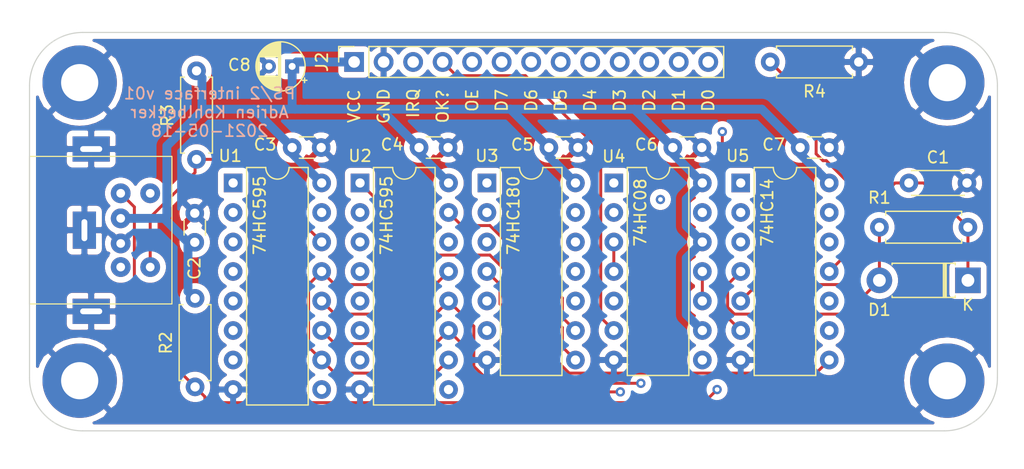
<source format=kicad_pcb>
(kicad_pcb (version 20171130) (host pcbnew "(5.1.9-0-10_14)")
  (layers (0 F.Cu signal) (1 In1.Cu signal) (2 In2.Cu signal) (31 B.Cu signal) (34 B.Paste user) (35 F.Paste user) (36 B.SilkS user) (37 F.SilkS user) (38 B.Mask user) (39 F.Mask user) (44 Edge.Cuts user))
  (net 0 "")
  (net 1 GND)
  (net 2 "Net-(C1-Pad1)")
  (net 3 VCC)
  (net 4 "Net-(D1-Pad2)")
  (net 5 /D0)
  (net 6 /D1)
  (net 7 /D2)
  (net 8 /D3)
  (net 9 /D4)
  (net 10 /D5)
  (net 11 /D6)
  (net 12 /D7)
  (net 13 BUS_ENABLE)
  (net 14 VALID_PACKET)
  (net 15 IRQ)
  (net 16 KBD_CLK)
  (net 17 KBD_DATA)
  (net 18 /DE)
  (net 19 ~REG_OE)
  (net 20 ~LATCH_CLK)
  (net 21 ~REG_CLK)
  (net 22 "Net-(U1-Pad9)")
  (net 23 /DP)
  (net 24 /DS)
  (net 25 "Net-(U3-Pad5)")
  (net 26 "Net-(U3-Pad4)")
  (net 27 "Net-(U4-Pad10)")
  (net 28 "Net-(U4-Pad3)")
  (net 29 "Net-(U4-Pad2)")
  (module MountingHole:MountingHole_3.2mm_M3_Pad (layer F.Cu) (at 154.686 89.916)
    (fp_text reference H4 hide)
    (fp_text value MountingHole_Pad)
    (pad 1 thru_hole circle (at 0 0) (size 6.4 6.4) (drill 3.2) (layers *.Cu *.Mask) (net 1 GND))
  )
  (module MountingHole:MountingHole_3.2mm_M3_Pad (layer F.Cu) (at 154.686 64.262)
    (fp_text reference H3 hide)
    (fp_text value MountingHole_Pad)
    (pad 1 thru_hole circle (at 0 0) (size 6.4 6.4) (drill 3.2) (layers *.Cu *.Mask) (net 1 GND))
  )
  (module MountingHole:MountingHole_3.2mm_M3_Pad (layer F.Cu) (at 80.01 89.916)
    (fp_text reference H2 hide)
    (fp_text value MountingHole_Pad)
    (pad 1 thru_hole circle (at 0 0) (size 6.4 6.4) (drill 3.2) (layers *.Cu *.Mask) (net 1 GND))
  )
  (module MountingHole:MountingHole_3.2mm_M3_Pad (layer F.Cu) (at 80.01 64.262)
    (fp_text reference H1 hide)
    (fp_text value MountingHole_Pad)
    (pad 1 thru_hole circle (at 0 0) (size 6.4 6.4) (drill 3.2) (layers *.Cu *.Mask) (net 1 GND))
  )
  (module Capacitor_THT:CP_Radial_D4.0mm_P2.00mm (layer F.Cu) (at 98.298 62.865 180)
    (fp_text reference C8 (at 4.5466 0.127) (layer F.SilkS))
    (fp_text value 1uF)
    (fp_line (start -1.069801 -1.395) (end -1.069801 -0.995) (layer F.SilkS) (width 0.12))
    (fp_line (start -1.269801 -1.195) (end -0.869801 -1.195) (layer F.SilkS) (width 0.12))
    (fp_line (start 3.081 -0.37) (end 3.081 0.37) (layer F.SilkS) (width 0.12))
    (fp_line (start 3.041 -0.537) (end 3.041 0.537) (layer F.SilkS) (width 0.12))
    (fp_line (start 3.001 -0.664) (end 3.001 0.664) (layer F.SilkS) (width 0.12))
    (fp_line (start 2.961 -0.768) (end 2.961 0.768) (layer F.SilkS) (width 0.12))
    (fp_line (start 2.921 -0.859) (end 2.921 0.859) (layer F.SilkS) (width 0.12))
    (fp_line (start 2.881 -0.94) (end 2.881 0.94) (layer F.SilkS) (width 0.12))
    (fp_line (start 2.841 -1.013) (end 2.841 1.013) (layer F.SilkS) (width 0.12))
    (fp_line (start 2.801 0.84) (end 2.801 1.08) (layer F.SilkS) (width 0.12))
    (fp_line (start 2.801 -1.08) (end 2.801 -0.84) (layer F.SilkS) (width 0.12))
    (fp_line (start 2.761 0.84) (end 2.761 1.142) (layer F.SilkS) (width 0.12))
    (fp_line (start 2.761 -1.142) (end 2.761 -0.84) (layer F.SilkS) (width 0.12))
    (fp_line (start 2.721 0.84) (end 2.721 1.2) (layer F.SilkS) (width 0.12))
    (fp_line (start 2.721 -1.2) (end 2.721 -0.84) (layer F.SilkS) (width 0.12))
    (fp_line (start 2.681 0.84) (end 2.681 1.254) (layer F.SilkS) (width 0.12))
    (fp_line (start 2.681 -1.254) (end 2.681 -0.84) (layer F.SilkS) (width 0.12))
    (fp_line (start 2.641 0.84) (end 2.641 1.304) (layer F.SilkS) (width 0.12))
    (fp_line (start 2.641 -1.304) (end 2.641 -0.84) (layer F.SilkS) (width 0.12))
    (fp_line (start 2.601 0.84) (end 2.601 1.351) (layer F.SilkS) (width 0.12))
    (fp_line (start 2.601 -1.351) (end 2.601 -0.84) (layer F.SilkS) (width 0.12))
    (fp_line (start 2.561 0.84) (end 2.561 1.396) (layer F.SilkS) (width 0.12))
    (fp_line (start 2.561 -1.396) (end 2.561 -0.84) (layer F.SilkS) (width 0.12))
    (fp_line (start 2.521 0.84) (end 2.521 1.438) (layer F.SilkS) (width 0.12))
    (fp_line (start 2.521 -1.438) (end 2.521 -0.84) (layer F.SilkS) (width 0.12))
    (fp_line (start 2.481 0.84) (end 2.481 1.478) (layer F.SilkS) (width 0.12))
    (fp_line (start 2.481 -1.478) (end 2.481 -0.84) (layer F.SilkS) (width 0.12))
    (fp_line (start 2.441 0.84) (end 2.441 1.516) (layer F.SilkS) (width 0.12))
    (fp_line (start 2.441 -1.516) (end 2.441 -0.84) (layer F.SilkS) (width 0.12))
    (fp_line (start 2.401 0.84) (end 2.401 1.552) (layer F.SilkS) (width 0.12))
    (fp_line (start 2.401 -1.552) (end 2.401 -0.84) (layer F.SilkS) (width 0.12))
    (fp_line (start 2.361 0.84) (end 2.361 1.587) (layer F.SilkS) (width 0.12))
    (fp_line (start 2.361 -1.587) (end 2.361 -0.84) (layer F.SilkS) (width 0.12))
    (fp_line (start 2.321 0.84) (end 2.321 1.619) (layer F.SilkS) (width 0.12))
    (fp_line (start 2.321 -1.619) (end 2.321 -0.84) (layer F.SilkS) (width 0.12))
    (fp_line (start 2.281 0.84) (end 2.281 1.65) (layer F.SilkS) (width 0.12))
    (fp_line (start 2.281 -1.65) (end 2.281 -0.84) (layer F.SilkS) (width 0.12))
    (fp_line (start 2.241 0.84) (end 2.241 1.68) (layer F.SilkS) (width 0.12))
    (fp_line (start 2.241 -1.68) (end 2.241 -0.84) (layer F.SilkS) (width 0.12))
    (fp_line (start 2.201 0.84) (end 2.201 1.708) (layer F.SilkS) (width 0.12))
    (fp_line (start 2.201 -1.708) (end 2.201 -0.84) (layer F.SilkS) (width 0.12))
    (fp_line (start 2.161 0.84) (end 2.161 1.735) (layer F.SilkS) (width 0.12))
    (fp_line (start 2.161 -1.735) (end 2.161 -0.84) (layer F.SilkS) (width 0.12))
    (fp_line (start 2.121 0.84) (end 2.121 1.76) (layer F.SilkS) (width 0.12))
    (fp_line (start 2.121 -1.76) (end 2.121 -0.84) (layer F.SilkS) (width 0.12))
    (fp_line (start 2.081 0.84) (end 2.081 1.785) (layer F.SilkS) (width 0.12))
    (fp_line (start 2.081 -1.785) (end 2.081 -0.84) (layer F.SilkS) (width 0.12))
    (fp_line (start 2.041 0.84) (end 2.041 1.808) (layer F.SilkS) (width 0.12))
    (fp_line (start 2.041 -1.808) (end 2.041 -0.84) (layer F.SilkS) (width 0.12))
    (fp_line (start 2.001 0.84) (end 2.001 1.83) (layer F.SilkS) (width 0.12))
    (fp_line (start 2.001 -1.83) (end 2.001 -0.84) (layer F.SilkS) (width 0.12))
    (fp_line (start 1.961 0.84) (end 1.961 1.851) (layer F.SilkS) (width 0.12))
    (fp_line (start 1.961 -1.851) (end 1.961 -0.84) (layer F.SilkS) (width 0.12))
    (fp_line (start 1.921 0.84) (end 1.921 1.87) (layer F.SilkS) (width 0.12))
    (fp_line (start 1.921 -1.87) (end 1.921 -0.84) (layer F.SilkS) (width 0.12))
    (fp_line (start 1.881 0.84) (end 1.881 1.889) (layer F.SilkS) (width 0.12))
    (fp_line (start 1.881 -1.889) (end 1.881 -0.84) (layer F.SilkS) (width 0.12))
    (fp_line (start 1.841 0.84) (end 1.841 1.907) (layer F.SilkS) (width 0.12))
    (fp_line (start 1.841 -1.907) (end 1.841 -0.84) (layer F.SilkS) (width 0.12))
    (fp_line (start 1.801 0.84) (end 1.801 1.924) (layer F.SilkS) (width 0.12))
    (fp_line (start 1.801 -1.924) (end 1.801 -0.84) (layer F.SilkS) (width 0.12))
    (fp_line (start 1.761 0.84) (end 1.761 1.94) (layer F.SilkS) (width 0.12))
    (fp_line (start 1.761 -1.94) (end 1.761 -0.84) (layer F.SilkS) (width 0.12))
    (fp_line (start 1.721 0.84) (end 1.721 1.954) (layer F.SilkS) (width 0.12))
    (fp_line (start 1.721 -1.954) (end 1.721 -0.84) (layer F.SilkS) (width 0.12))
    (fp_line (start 1.68 0.84) (end 1.68 1.968) (layer F.SilkS) (width 0.12))
    (fp_line (start 1.68 -1.968) (end 1.68 -0.84) (layer F.SilkS) (width 0.12))
    (fp_line (start 1.64 0.84) (end 1.64 1.982) (layer F.SilkS) (width 0.12))
    (fp_line (start 1.64 -1.982) (end 1.64 -0.84) (layer F.SilkS) (width 0.12))
    (fp_line (start 1.6 0.84) (end 1.6 1.994) (layer F.SilkS) (width 0.12))
    (fp_line (start 1.6 -1.994) (end 1.6 -0.84) (layer F.SilkS) (width 0.12))
    (fp_line (start 1.56 0.84) (end 1.56 2.005) (layer F.SilkS) (width 0.12))
    (fp_line (start 1.56 -2.005) (end 1.56 -0.84) (layer F.SilkS) (width 0.12))
    (fp_line (start 1.52 0.84) (end 1.52 2.016) (layer F.SilkS) (width 0.12))
    (fp_line (start 1.52 -2.016) (end 1.52 -0.84) (layer F.SilkS) (width 0.12))
    (fp_line (start 1.48 0.84) (end 1.48 2.025) (layer F.SilkS) (width 0.12))
    (fp_line (start 1.48 -2.025) (end 1.48 -0.84) (layer F.SilkS) (width 0.12))
    (fp_line (start 1.44 0.84) (end 1.44 2.034) (layer F.SilkS) (width 0.12))
    (fp_line (start 1.44 -2.034) (end 1.44 -0.84) (layer F.SilkS) (width 0.12))
    (fp_line (start 1.4 0.84) (end 1.4 2.042) (layer F.SilkS) (width 0.12))
    (fp_line (start 1.4 -2.042) (end 1.4 -0.84) (layer F.SilkS) (width 0.12))
    (fp_line (start 1.36 0.84) (end 1.36 2.05) (layer F.SilkS) (width 0.12))
    (fp_line (start 1.36 -2.05) (end 1.36 -0.84) (layer F.SilkS) (width 0.12))
    (fp_line (start 1.32 0.84) (end 1.32 2.056) (layer F.SilkS) (width 0.12))
    (fp_line (start 1.32 -2.056) (end 1.32 -0.84) (layer F.SilkS) (width 0.12))
    (fp_line (start 1.28 0.84) (end 1.28 2.062) (layer F.SilkS) (width 0.12))
    (fp_line (start 1.28 -2.062) (end 1.28 -0.84) (layer F.SilkS) (width 0.12))
    (fp_line (start 1.24 0.84) (end 1.24 2.067) (layer F.SilkS) (width 0.12))
    (fp_line (start 1.24 -2.067) (end 1.24 -0.84) (layer F.SilkS) (width 0.12))
    (fp_line (start 1.2 0.84) (end 1.2 2.071) (layer F.SilkS) (width 0.12))
    (fp_line (start 1.2 -2.071) (end 1.2 -0.84) (layer F.SilkS) (width 0.12))
    (fp_line (start 1.16 -2.074) (end 1.16 2.074) (layer F.SilkS) (width 0.12))
    (fp_line (start 1.12 -2.077) (end 1.12 2.077) (layer F.SilkS) (width 0.12))
    (fp_line (start 1.08 -2.079) (end 1.08 2.079) (layer F.SilkS) (width 0.12))
    (fp_line (start 1.04 -2.08) (end 1.04 2.08) (layer F.SilkS) (width 0.12))
    (fp_line (start 1 -2.08) (end 1 2.08) (layer F.SilkS) (width 0.12))
    (fp_circle (center 1 0) (end 3.12 0) (layer F.SilkS) (width 0.12))
    (pad 2 thru_hole circle (at 2 0 180) (size 1.2 1.2) (drill 0.6) (layers *.Cu *.Mask) (net 1 GND))
    (pad 1 thru_hole rect (at 0 0 180) (size 1.2 1.2) (drill 0.6) (layers *.Cu *.Mask) (net 3 VCC))
  )
  (module AK's_Footprints:Mini_din6 (layer F.Cu) (at 82.2706 76.962 270)
    (fp_text reference J1)
    (fp_text value Mini-DIN-6)
    (fp_line (start -6.35 1.27) (end -6.35 -5.68) (layer F.SilkS) (width 0.1))
    (fp_line (start -6.35 -5.68) (end 6.35 -5.68) (layer F.SilkS) (width 0.1))
    (fp_line (start 6.35 -5.68) (end 6.35 6.58) (layer F.SilkS) (width 0.1))
    (fp_line (start 6.35 6.58) (end -6.35 6.58) (layer F.SilkS) (width 0.1))
    (fp_line (start -6.35 6.58) (end -6.35 1.27) (layer F.SilkS) (width 0.1))
    (pad GND thru_hole rect (at -6.985 1.27 270) (size 2.16916 3.2004) (drill oval 0.5 1.9) (layers *.Cu *.Mask) (net 1 GND))
    (pad GND thru_hole rect (at 6.985 1.27 270) (size 2.16916 3.2004) (drill oval 0.5 1.9) (layers *.Cu *.Mask) (net 1 GND))
    (pad GND thru_hole rect (at 0 1.8542 270) (size 3.2004 1.99898) (drill oval 1.9 0.5) (layers *.Cu *.Mask) (net 1 GND))
    (pad 2 thru_hole circle (at 3.175 -1.27 270) (size 1.7 1.7) (drill 0.75) (layers *.Cu *.Mask))
    (pad 5 thru_hole circle (at -3.175 -1.27 270) (size 1.7 1.7) (drill 0.75) (layers *.Cu *.Mask) (net 16 KBD_CLK))
    (pad 6 thru_hole circle (at -3.175 -3.81 270) (size 1.7 1.7) (drill 0.75) (layers *.Cu *.Mask))
    (pad 1 thru_hole circle (at 3.175 -3.81 270) (size 1.7 1.7) (drill 0.75) (layers *.Cu *.Mask) (net 17 KBD_DATA))
    (pad 3 thru_hole circle (at 1.143 -1.27 270) (size 1.7 1.7) (drill 0.75) (layers *.Cu *.Mask) (net 1 GND))
    (pad 4 thru_hole circle (at -1.016 -1.27 270) (size 1.7 1.7) (drill 0.75) (layers *.Cu *.Mask) (net 3 VCC))
  )
  (module Package_DIP:DIP-14_W7.62mm (layer F.Cu) (at 136.906 72.898)
    (fp_text reference U5 (at -0.254 -2.33) (layer F.SilkS))
    (fp_text value 74HC14)
    (fp_line (start 6.46 -1.33) (end 4.81 -1.33) (layer F.SilkS) (width 0.12))
    (fp_line (start 6.46 16.57) (end 6.46 -1.33) (layer F.SilkS) (width 0.12))
    (fp_line (start 1.16 16.57) (end 6.46 16.57) (layer F.SilkS) (width 0.12))
    (fp_line (start 1.16 -1.33) (end 1.16 16.57) (layer F.SilkS) (width 0.12))
    (fp_line (start 2.81 -1.33) (end 1.16 -1.33) (layer F.SilkS) (width 0.12))
    (fp_arc (start 3.81 -1.33) (end 2.81 -1.33) (angle -180) (layer F.SilkS) (width 0.12))
    (pad 14 thru_hole oval (at 7.62 0) (size 1.6 1.6) (drill 0.8) (layers *.Cu *.Mask) (net 3 VCC))
    (pad 7 thru_hole oval (at 0 15.24) (size 1.6 1.6) (drill 0.8) (layers *.Cu *.Mask) (net 1 GND))
    (pad 13 thru_hole oval (at 7.62 2.54) (size 1.6 1.6) (drill 0.8) (layers *.Cu *.Mask) (net 16 KBD_CLK))
    (pad 6 thru_hole oval (at 0 12.7) (size 1.6 1.6) (drill 0.8) (layers *.Cu *.Mask) (net 15 IRQ))
    (pad 12 thru_hole oval (at 7.62 5.08) (size 1.6 1.6) (drill 0.8) (layers *.Cu *.Mask) (net 21 ~REG_CLK))
    (pad 5 thru_hole oval (at 0 10.16) (size 1.6 1.6) (drill 0.8) (layers *.Cu *.Mask) (net 2 "Net-(C1-Pad1)"))
    (pad 11 thru_hole oval (at 7.62 7.62) (size 1.6 1.6) (drill 0.8) (layers *.Cu *.Mask) (net 13 BUS_ENABLE))
    (pad 4 thru_hole oval (at 0 7.62) (size 1.6 1.6) (drill 0.8) (layers *.Cu *.Mask) (net 4 "Net-(D1-Pad2)"))
    (pad 10 thru_hole oval (at 7.62 10.16) (size 1.6 1.6) (drill 0.8) (layers *.Cu *.Mask) (net 19 ~REG_OE))
    (pad 3 thru_hole oval (at 0 5.08) (size 1.6 1.6) (drill 0.8) (layers *.Cu *.Mask) (net 16 KBD_CLK))
    (pad 9 thru_hole oval (at 7.62 12.7) (size 1.6 1.6) (drill 0.8) (layers *.Cu *.Mask) (net 23 /DP))
    (pad 2 thru_hole oval (at 0 2.54) (size 1.6 1.6) (drill 0.8) (layers *.Cu *.Mask) (net 29 "Net-(U4-Pad2)"))
    (pad 8 thru_hole oval (at 7.62 15.24) (size 1.6 1.6) (drill 0.8) (layers *.Cu *.Mask) (net 26 "Net-(U3-Pad4)"))
    (pad 1 thru_hole rect (at 0 0) (size 1.6 1.6) (drill 0.8) (layers *.Cu *.Mask) (net 24 /DS))
  )
  (module Capacitor_THT:C_Disc_D4.3mm_W1.9mm_P5.00mm (layer F.Cu) (at 151.384 72.898)
    (fp_text reference C1 (at 2.5 -2.2) (layer F.SilkS))
    (fp_text value 10nF)
    (fp_line (start 4.77 1.055) (end 4.77 1.07) (layer F.SilkS) (width 0.12))
    (fp_line (start 4.77 -1.07) (end 4.77 -1.055) (layer F.SilkS) (width 0.12))
    (fp_line (start 0.23 1.055) (end 0.23 1.07) (layer F.SilkS) (width 0.12))
    (fp_line (start 0.23 -1.07) (end 0.23 -1.055) (layer F.SilkS) (width 0.12))
    (fp_line (start 0.23 1.07) (end 4.77 1.07) (layer F.SilkS) (width 0.12))
    (fp_line (start 0.23 -1.07) (end 4.77 -1.07) (layer F.SilkS) (width 0.12))
    (pad 2 thru_hole circle (at 5 0) (size 1.6 1.6) (drill 0.8) (layers *.Cu *.Mask) (net 1 GND))
    (pad 1 thru_hole circle (at 0 0) (size 1.6 1.6) (drill 0.8) (layers *.Cu *.Mask) (net 2 "Net-(C1-Pad1)"))
  )
  (module Resistor_THT:R_Axial_DIN0207_L6.3mm_D2.5mm_P7.62mm_Horizontal (layer F.Cu) (at 139.446 62.484)
    (fp_text reference R4 (at 3.81 2.54) (layer F.SilkS))
    (fp_text value 10k)
    (fp_line (start 7.08 1.37) (end 7.08 1.04) (layer F.SilkS) (width 0.12))
    (fp_line (start 0.54 1.37) (end 7.08 1.37) (layer F.SilkS) (width 0.12))
    (fp_line (start 0.54 1.04) (end 0.54 1.37) (layer F.SilkS) (width 0.12))
    (fp_line (start 7.08 -1.37) (end 7.08 -1.04) (layer F.SilkS) (width 0.12))
    (fp_line (start 0.54 -1.37) (end 7.08 -1.37) (layer F.SilkS) (width 0.12))
    (fp_line (start 0.54 -1.04) (end 0.54 -1.37) (layer F.SilkS) (width 0.12))
    (pad 2 thru_hole oval (at 7.62 0) (size 1.6 1.6) (drill 0.8) (layers *.Cu *.Mask) (net 1 GND))
    (pad 1 thru_hole circle (at 0 0) (size 1.6 1.6) (drill 0.8) (layers *.Cu *.Mask) (net 13 BUS_ENABLE))
  )
  (module Resistor_THT:R_Axial_DIN0207_L6.3mm_D2.5mm_P7.62mm_Horizontal (layer F.Cu) (at 90.0684 63.246 270)
    (fp_text reference R3 (at 3.8354 2.5146 90) (layer F.SilkS))
    (fp_text value 10k)
    (fp_line (start 7.08 1.37) (end 7.08 1.04) (layer F.SilkS) (width 0.12))
    (fp_line (start 0.54 1.37) (end 7.08 1.37) (layer F.SilkS) (width 0.12))
    (fp_line (start 0.54 1.04) (end 0.54 1.37) (layer F.SilkS) (width 0.12))
    (fp_line (start 7.08 -1.37) (end 7.08 -1.04) (layer F.SilkS) (width 0.12))
    (fp_line (start 0.54 -1.37) (end 7.08 -1.37) (layer F.SilkS) (width 0.12))
    (fp_line (start 0.54 -1.04) (end 0.54 -1.37) (layer F.SilkS) (width 0.12))
    (pad 2 thru_hole oval (at 7.62 0 270) (size 1.6 1.6) (drill 0.8) (layers *.Cu *.Mask) (net 17 KBD_DATA))
    (pad 1 thru_hole circle (at 0 0 270) (size 1.6 1.6) (drill 0.8) (layers *.Cu *.Mask) (net 3 VCC))
  )
  (module Resistor_THT:R_Axial_DIN0207_L6.3mm_D2.5mm_P7.62mm_Horizontal (layer F.Cu) (at 89.9414 82.8294 270)
    (fp_text reference R2 (at 3.8354 2.5146 90) (layer F.SilkS))
    (fp_text value 10k)
    (fp_line (start 7.08 1.37) (end 7.08 1.04) (layer F.SilkS) (width 0.12))
    (fp_line (start 0.54 1.37) (end 7.08 1.37) (layer F.SilkS) (width 0.12))
    (fp_line (start 0.54 1.04) (end 0.54 1.37) (layer F.SilkS) (width 0.12))
    (fp_line (start 7.08 -1.37) (end 7.08 -1.04) (layer F.SilkS) (width 0.12))
    (fp_line (start 0.54 -1.37) (end 7.08 -1.37) (layer F.SilkS) (width 0.12))
    (fp_line (start 0.54 -1.04) (end 0.54 -1.37) (layer F.SilkS) (width 0.12))
    (pad 2 thru_hole oval (at 7.62 0 270) (size 1.6 1.6) (drill 0.8) (layers *.Cu *.Mask) (net 16 KBD_CLK))
    (pad 1 thru_hole circle (at 0 0 270) (size 1.6 1.6) (drill 0.8) (layers *.Cu *.Mask) (net 3 VCC))
  )
  (module Resistor_THT:R_Axial_DIN0207_L6.3mm_D2.5mm_P7.62mm_Horizontal (layer F.Cu) (at 148.844 76.708)
    (fp_text reference R1 (at 0 -2.54) (layer F.SilkS))
    (fp_text value 22k)
    (fp_line (start 7.08 1.37) (end 7.08 1.04) (layer F.SilkS) (width 0.12))
    (fp_line (start 0.54 1.37) (end 7.08 1.37) (layer F.SilkS) (width 0.12))
    (fp_line (start 0.54 1.04) (end 0.54 1.37) (layer F.SilkS) (width 0.12))
    (fp_line (start 7.08 -1.37) (end 7.08 -1.04) (layer F.SilkS) (width 0.12))
    (fp_line (start 0.54 -1.37) (end 7.08 -1.37) (layer F.SilkS) (width 0.12))
    (fp_line (start 0.54 -1.04) (end 0.54 -1.37) (layer F.SilkS) (width 0.12))
    (pad 2 thru_hole oval (at 7.62 0) (size 1.6 1.6) (drill 0.8) (layers *.Cu *.Mask) (net 2 "Net-(C1-Pad1)"))
    (pad 1 thru_hole circle (at 0 0) (size 1.6 1.6) (drill 0.8) (layers *.Cu *.Mask) (net 4 "Net-(D1-Pad2)"))
  )
  (module Diode_THT:D_DO-41_SOD81_P7.62mm_Horizontal (layer F.Cu) (at 156.464 81.28 180)
    (fp_text reference D1 (at 7.62 -2.54) (layer F.SilkS))
    (fp_text value 1N5817)
    (fp_line (start 1.87 -1.47) (end 1.87 1.47) (layer F.SilkS) (width 0.12))
    (fp_line (start 2.11 -1.47) (end 2.11 1.47) (layer F.SilkS) (width 0.12))
    (fp_line (start 1.99 -1.47) (end 1.99 1.47) (layer F.SilkS) (width 0.12))
    (fp_line (start 6.53 1.47) (end 6.53 1.34) (layer F.SilkS) (width 0.12))
    (fp_line (start 1.09 1.47) (end 6.53 1.47) (layer F.SilkS) (width 0.12))
    (fp_line (start 1.09 1.34) (end 1.09 1.47) (layer F.SilkS) (width 0.12))
    (fp_line (start 6.53 -1.47) (end 6.53 -1.34) (layer F.SilkS) (width 0.12))
    (fp_line (start 1.09 -1.47) (end 6.53 -1.47) (layer F.SilkS) (width 0.12))
    (fp_line (start 1.09 -1.34) (end 1.09 -1.47) (layer F.SilkS) (width 0.12))
    (fp_text user K (at 0 -2.1) (layer F.SilkS))
    (pad 2 thru_hole oval (at 7.62 0 180) (size 2.2 2.2) (drill 1.1) (layers *.Cu *.Mask) (net 4 "Net-(D1-Pad2)"))
    (pad 1 thru_hole rect (at 0 0 180) (size 2.2 2.2) (drill 1.1) (layers *.Cu *.Mask) (net 2 "Net-(C1-Pad1)"))
  )
  (module Capacitor_THT:C_Disc_D3.0mm_W1.6mm_P2.50mm (layer F.Cu) (at 142.026 69.85)
    (fp_text reference C7 (at -2.286 -0.254) (layer F.SilkS))
    (fp_text value 0.1uF)
    (fp_line (start 0.621 0.92) (end 1.879 0.92) (layer F.SilkS) (width 0.12))
    (fp_line (start 0.621 -0.92) (end 1.879 -0.92) (layer F.SilkS) (width 0.12))
    (pad 2 thru_hole circle (at 2.5 0) (size 1.6 1.6) (drill 0.8) (layers *.Cu *.Mask) (net 1 GND))
    (pad 1 thru_hole circle (at 0 0) (size 1.6 1.6) (drill 0.8) (layers *.Cu *.Mask) (net 3 VCC))
  )
  (module Capacitor_THT:C_Disc_D3.0mm_W1.6mm_P2.50mm (layer F.Cu) (at 131.064 69.85)
    (fp_text reference C6 (at -2.286 -0.254) (layer F.SilkS))
    (fp_text value 0.1uF)
    (fp_line (start 0.621 0.92) (end 1.879 0.92) (layer F.SilkS) (width 0.12))
    (fp_line (start 0.621 -0.92) (end 1.879 -0.92) (layer F.SilkS) (width 0.12))
    (pad 2 thru_hole circle (at 2.5 0) (size 1.6 1.6) (drill 0.8) (layers *.Cu *.Mask) (net 1 GND))
    (pad 1 thru_hole circle (at 0 0) (size 1.6 1.6) (drill 0.8) (layers *.Cu *.Mask) (net 3 VCC))
  )
  (module Capacitor_THT:C_Disc_D3.0mm_W1.6mm_P2.50mm (layer F.Cu) (at 120.396 69.85)
    (fp_text reference C5 (at -2.286 -0.254) (layer F.SilkS))
    (fp_text value 0.1uF)
    (fp_line (start 0.621 0.92) (end 1.879 0.92) (layer F.SilkS) (width 0.12))
    (fp_line (start 0.621 -0.92) (end 1.879 -0.92) (layer F.SilkS) (width 0.12))
    (pad 2 thru_hole circle (at 2.5 0) (size 1.6 1.6) (drill 0.8) (layers *.Cu *.Mask) (net 1 GND))
    (pad 1 thru_hole circle (at 0 0) (size 1.6 1.6) (drill 0.8) (layers *.Cu *.Mask) (net 3 VCC))
  )
  (module Capacitor_THT:C_Disc_D3.0mm_W1.6mm_P2.50mm (layer F.Cu) (at 109.22 69.85)
    (fp_text reference C4 (at -2.326 -0.254) (layer F.SilkS))
    (fp_text value 0.1uF)
    (fp_line (start 0.621 0.92) (end 1.879 0.92) (layer F.SilkS) (width 0.12))
    (fp_line (start 0.621 -0.92) (end 1.879 -0.92) (layer F.SilkS) (width 0.12))
    (pad 2 thru_hole circle (at 2.5 0) (size 1.6 1.6) (drill 0.8) (layers *.Cu *.Mask) (net 1 GND))
    (pad 1 thru_hole circle (at 0 0) (size 1.6 1.6) (drill 0.8) (layers *.Cu *.Mask) (net 3 VCC))
  )
  (module Capacitor_THT:C_Disc_D3.0mm_W1.6mm_P2.50mm (layer F.Cu) (at 98.298 69.85)
    (fp_text reference C3 (at -2.326 -0.254) (layer F.SilkS))
    (fp_text value 0.1uF)
    (fp_line (start 0.621 0.92) (end 1.879 0.92) (layer F.SilkS) (width 0.12))
    (fp_line (start 0.621 -0.92) (end 1.879 -0.92) (layer F.SilkS) (width 0.12))
    (pad 2 thru_hole circle (at 2.5 0) (size 1.6 1.6) (drill 0.8) (layers *.Cu *.Mask) (net 1 GND))
    (pad 1 thru_hole circle (at 0 0) (size 1.6 1.6) (drill 0.8) (layers *.Cu *.Mask) (net 3 VCC))
  )
  (module Capacitor_THT:C_Disc_D3.0mm_W1.6mm_P2.50mm (layer F.Cu) (at 89.916 78.0034 90)
    (fp_text reference C2 (at -2.2606 -0.0254 90) (layer F.SilkS))
    (fp_text value 0.1uF)
    (fp_line (start 0.621 0.92) (end 1.879 0.92) (layer F.SilkS) (width 0.12))
    (fp_line (start 0.621 -0.92) (end 1.879 -0.92) (layer F.SilkS) (width 0.12))
    (pad 2 thru_hole circle (at 2.5 0 90) (size 1.6 1.6) (drill 0.8) (layers *.Cu *.Mask) (net 1 GND))
    (pad 1 thru_hole circle (at 0 0 90) (size 1.6 1.6) (drill 0.8) (layers *.Cu *.Mask) (net 3 VCC))
  )
  (module Package_DIP:DIP-14_W7.62mm (layer F.Cu) (at 125.984 72.898)
    (fp_text reference U4 (at 0 -2.286) (layer F.SilkS))
    (fp_text value 74HC08)
    (fp_line (start 2.81 -1.33) (end 1.16 -1.33) (layer F.SilkS) (width 0.12))
    (fp_line (start 1.16 -1.33) (end 1.16 16.57) (layer F.SilkS) (width 0.12))
    (fp_line (start 1.16 16.57) (end 6.46 16.57) (layer F.SilkS) (width 0.12))
    (fp_line (start 6.46 16.57) (end 6.46 -1.33) (layer F.SilkS) (width 0.12))
    (fp_line (start 6.46 -1.33) (end 4.81 -1.33) (layer F.SilkS) (width 0.12))
    (fp_arc (start 3.81 -1.33) (end 2.81 -1.33) (angle -180) (layer F.SilkS) (width 0.12))
    (pad 14 thru_hole oval (at 7.62 0) (size 1.6 1.6) (drill 0.8) (layers *.Cu *.Mask) (net 3 VCC))
    (pad 7 thru_hole oval (at 0 15.24) (size 1.6 1.6) (drill 0.8) (layers *.Cu *.Mask) (net 1 GND))
    (pad 13 thru_hole oval (at 7.62 2.54) (size 1.6 1.6) (drill 0.8) (layers *.Cu *.Mask) (net 21 ~REG_CLK))
    (pad 6 thru_hole oval (at 0 12.7) (size 1.6 1.6) (drill 0.8) (layers *.Cu *.Mask) (net 14 VALID_PACKET))
    (pad 12 thru_hole oval (at 7.62 5.08) (size 1.6 1.6) (drill 0.8) (layers *.Cu *.Mask) (net 3 VCC))
    (pad 5 thru_hole oval (at 0 10.16) (size 1.6 1.6) (drill 0.8) (layers *.Cu *.Mask) (net 25 "Net-(U3-Pad5)"))
    (pad 11 thru_hole oval (at 7.62 7.62) (size 1.6 1.6) (drill 0.8) (layers *.Cu *.Mask) (net 27 "Net-(U4-Pad10)"))
    (pad 4 thru_hole oval (at 0 7.62) (size 1.6 1.6) (drill 0.8) (layers *.Cu *.Mask) (net 28 "Net-(U4-Pad3)"))
    (pad 10 thru_hole oval (at 7.62 10.16) (size 1.6 1.6) (drill 0.8) (layers *.Cu *.Mask) (net 27 "Net-(U4-Pad10)"))
    (pad 3 thru_hole oval (at 0 5.08) (size 1.6 1.6) (drill 0.8) (layers *.Cu *.Mask) (net 28 "Net-(U4-Pad3)"))
    (pad 9 thru_hole oval (at 7.62 12.7) (size 1.6 1.6) (drill 0.8) (layers *.Cu *.Mask) (net 3 VCC))
    (pad 2 thru_hole oval (at 0 2.54) (size 1.6 1.6) (drill 0.8) (layers *.Cu *.Mask) (net 29 "Net-(U4-Pad2)"))
    (pad 8 thru_hole oval (at 7.62 15.24) (size 1.6 1.6) (drill 0.8) (layers *.Cu *.Mask) (net 20 ~LATCH_CLK))
    (pad 1 thru_hole rect (at 0 0) (size 1.6 1.6) (drill 0.8) (layers *.Cu *.Mask) (net 18 /DE))
  )
  (module Package_DIP:DIP-14_W7.62mm (layer F.Cu) (at 115.062 72.898)
    (fp_text reference U3 (at 0 -2.33) (layer F.SilkS))
    (fp_text value 74HC180)
    (fp_line (start 2.81 -1.33) (end 1.16 -1.33) (layer F.SilkS) (width 0.12))
    (fp_line (start 1.16 -1.33) (end 1.16 16.57) (layer F.SilkS) (width 0.12))
    (fp_line (start 1.16 16.57) (end 6.46 16.57) (layer F.SilkS) (width 0.12))
    (fp_line (start 6.46 16.57) (end 6.46 -1.33) (layer F.SilkS) (width 0.12))
    (fp_line (start 6.46 -1.33) (end 4.81 -1.33) (layer F.SilkS) (width 0.12))
    (fp_arc (start 3.81 -1.33) (end 2.81 -1.33) (angle -180) (layer F.SilkS) (width 0.12))
    (pad 14 thru_hole oval (at 7.62 0) (size 1.6 1.6) (drill 0.8) (layers *.Cu *.Mask) (net 3 VCC))
    (pad 7 thru_hole oval (at 0 15.24) (size 1.6 1.6) (drill 0.8) (layers *.Cu *.Mask) (net 1 GND))
    (pad 13 thru_hole oval (at 7.62 2.54) (size 1.6 1.6) (drill 0.8) (layers *.Cu *.Mask) (net 10 /D5))
    (pad 6 thru_hole oval (at 0 12.7) (size 1.6 1.6) (drill 0.8) (layers *.Cu *.Mask))
    (pad 12 thru_hole oval (at 7.62 5.08) (size 1.6 1.6) (drill 0.8) (layers *.Cu *.Mask) (net 9 /D4))
    (pad 5 thru_hole oval (at 0 10.16) (size 1.6 1.6) (drill 0.8) (layers *.Cu *.Mask) (net 25 "Net-(U3-Pad5)"))
    (pad 11 thru_hole oval (at 7.62 7.62) (size 1.6 1.6) (drill 0.8) (layers *.Cu *.Mask) (net 8 /D3))
    (pad 4 thru_hole oval (at 0 7.62) (size 1.6 1.6) (drill 0.8) (layers *.Cu *.Mask) (net 26 "Net-(U3-Pad4)"))
    (pad 10 thru_hole oval (at 7.62 10.16) (size 1.6 1.6) (drill 0.8) (layers *.Cu *.Mask) (net 7 /D2))
    (pad 3 thru_hole oval (at 0 5.08) (size 1.6 1.6) (drill 0.8) (layers *.Cu *.Mask) (net 23 /DP))
    (pad 9 thru_hole oval (at 7.62 12.7) (size 1.6 1.6) (drill 0.8) (layers *.Cu *.Mask) (net 6 /D1))
    (pad 2 thru_hole oval (at 0 2.54) (size 1.6 1.6) (drill 0.8) (layers *.Cu *.Mask) (net 12 /D7))
    (pad 8 thru_hole oval (at 7.62 15.24) (size 1.6 1.6) (drill 0.8) (layers *.Cu *.Mask) (net 5 /D0))
    (pad 1 thru_hole rect (at 0 0) (size 1.6 1.6) (drill 0.8) (layers *.Cu *.Mask) (net 11 /D6))
  )
  (module Package_DIP:DIP-16_W7.62mm (layer F.Cu) (at 104.14 72.898)
    (fp_text reference U2 (at 0 -2.33) (layer F.SilkS))
    (fp_text value 74HC595)
    (fp_line (start 2.81 -1.33) (end 1.16 -1.33) (layer F.SilkS) (width 0.12))
    (fp_line (start 1.16 -1.33) (end 1.16 19.11) (layer F.SilkS) (width 0.12))
    (fp_line (start 1.16 19.11) (end 6.46 19.11) (layer F.SilkS) (width 0.12))
    (fp_line (start 6.46 19.11) (end 6.46 -1.33) (layer F.SilkS) (width 0.12))
    (fp_line (start 6.46 -1.33) (end 4.81 -1.33) (layer F.SilkS) (width 0.12))
    (fp_arc (start 3.81 -1.33) (end 2.81 -1.33) (angle -180) (layer F.SilkS) (width 0.12))
    (pad 16 thru_hole oval (at 7.62 0) (size 1.6 1.6) (drill 0.8) (layers *.Cu *.Mask) (net 3 VCC))
    (pad 8 thru_hole oval (at 0 17.78) (size 1.6 1.6) (drill 0.8) (layers *.Cu *.Mask) (net 1 GND))
    (pad 15 thru_hole oval (at 7.62 2.54) (size 1.6 1.6) (drill 0.8) (layers *.Cu *.Mask) (net 6 /D1))
    (pad 7 thru_hole oval (at 0 15.24) (size 1.6 1.6) (drill 0.8) (layers *.Cu *.Mask))
    (pad 14 thru_hole oval (at 7.62 5.08) (size 1.6 1.6) (drill 0.8) (layers *.Cu *.Mask) (net 22 "Net-(U1-Pad9)"))
    (pad 6 thru_hole oval (at 0 12.7) (size 1.6 1.6) (drill 0.8) (layers *.Cu *.Mask))
    (pad 13 thru_hole oval (at 7.62 7.62) (size 1.6 1.6) (drill 0.8) (layers *.Cu *.Mask) (net 19 ~REG_OE))
    (pad 5 thru_hole oval (at 0 10.16) (size 1.6 1.6) (drill 0.8) (layers *.Cu *.Mask))
    (pad 12 thru_hole oval (at 7.62 10.16) (size 1.6 1.6) (drill 0.8) (layers *.Cu *.Mask) (net 20 ~LATCH_CLK))
    (pad 4 thru_hole oval (at 0 7.62) (size 1.6 1.6) (drill 0.8) (layers *.Cu *.Mask))
    (pad 11 thru_hole oval (at 7.62 12.7) (size 1.6 1.6) (drill 0.8) (layers *.Cu *.Mask) (net 21 ~REG_CLK))
    (pad 3 thru_hole oval (at 0 5.08) (size 1.6 1.6) (drill 0.8) (layers *.Cu *.Mask))
    (pad 10 thru_hole oval (at 7.62 15.24) (size 1.6 1.6) (drill 0.8) (layers *.Cu *.Mask) (net 19 ~REG_OE))
    (pad 2 thru_hole oval (at 0 2.54) (size 1.6 1.6) (drill 0.8) (layers *.Cu *.Mask) (net 24 /DS))
    (pad 9 thru_hole oval (at 7.62 17.78) (size 1.6 1.6) (drill 0.8) (layers *.Cu *.Mask))
    (pad 1 thru_hole rect (at 0 0) (size 1.6 1.6) (drill 0.8) (layers *.Cu *.Mask) (net 5 /D0))
  )
  (module Package_DIP:DIP-16_W7.62mm (layer F.Cu) (at 93.218 72.898)
    (fp_text reference U1 (at -0.254 -2.33) (layer F.SilkS))
    (fp_text value 74HC595)
    (fp_line (start 2.81 -1.33) (end 1.16 -1.33) (layer F.SilkS) (width 0.12))
    (fp_line (start 1.16 -1.33) (end 1.16 19.11) (layer F.SilkS) (width 0.12))
    (fp_line (start 1.16 19.11) (end 6.46 19.11) (layer F.SilkS) (width 0.12))
    (fp_line (start 6.46 19.11) (end 6.46 -1.33) (layer F.SilkS) (width 0.12))
    (fp_line (start 6.46 -1.33) (end 4.81 -1.33) (layer F.SilkS) (width 0.12))
    (fp_arc (start 3.81 -1.33) (end 2.81 -1.33) (angle -180) (layer F.SilkS) (width 0.12))
    (pad 16 thru_hole oval (at 7.62 0) (size 1.6 1.6) (drill 0.8) (layers *.Cu *.Mask) (net 3 VCC))
    (pad 8 thru_hole oval (at 0 17.78) (size 1.6 1.6) (drill 0.8) (layers *.Cu *.Mask) (net 1 GND))
    (pad 15 thru_hole oval (at 7.62 2.54) (size 1.6 1.6) (drill 0.8) (layers *.Cu *.Mask) (net 18 /DE))
    (pad 7 thru_hole oval (at 0 15.24) (size 1.6 1.6) (drill 0.8) (layers *.Cu *.Mask) (net 7 /D2))
    (pad 14 thru_hole oval (at 7.62 5.08) (size 1.6 1.6) (drill 0.8) (layers *.Cu *.Mask) (net 17 KBD_DATA))
    (pad 6 thru_hole oval (at 0 12.7) (size 1.6 1.6) (drill 0.8) (layers *.Cu *.Mask) (net 8 /D3))
    (pad 13 thru_hole oval (at 7.62 7.62) (size 1.6 1.6) (drill 0.8) (layers *.Cu *.Mask) (net 19 ~REG_OE))
    (pad 5 thru_hole oval (at 0 10.16) (size 1.6 1.6) (drill 0.8) (layers *.Cu *.Mask) (net 9 /D4))
    (pad 12 thru_hole oval (at 7.62 10.16) (size 1.6 1.6) (drill 0.8) (layers *.Cu *.Mask) (net 20 ~LATCH_CLK))
    (pad 4 thru_hole oval (at 0 7.62) (size 1.6 1.6) (drill 0.8) (layers *.Cu *.Mask) (net 10 /D5))
    (pad 11 thru_hole oval (at 7.62 12.7) (size 1.6 1.6) (drill 0.8) (layers *.Cu *.Mask) (net 21 ~REG_CLK))
    (pad 3 thru_hole oval (at 0 5.08) (size 1.6 1.6) (drill 0.8) (layers *.Cu *.Mask) (net 11 /D6))
    (pad 10 thru_hole oval (at 7.62 15.24) (size 1.6 1.6) (drill 0.8) (layers *.Cu *.Mask) (net 19 ~REG_OE))
    (pad 2 thru_hole oval (at 0 2.54) (size 1.6 1.6) (drill 0.8) (layers *.Cu *.Mask) (net 12 /D7))
    (pad 9 thru_hole oval (at 7.62 17.78) (size 1.6 1.6) (drill 0.8) (layers *.Cu *.Mask) (net 22 "Net-(U1-Pad9)"))
    (pad 1 thru_hole rect (at 0 0) (size 1.6 1.6) (drill 0.8) (layers *.Cu *.Mask) (net 23 /DP))
  )
  (module Connector_PinSocket_2.54mm:PinSocket_1x13_P2.54mm_Vertical (layer F.Cu) (at 103.632 62.484 90)
    (fp_text reference J2 (at 0 -2.77 90) (layer F.SilkS))
    (fp_text value Conn_01x13)
    (fp_line (start -1.33 1.27) (end 1.33 1.27) (layer F.SilkS) (width 0.12))
    (fp_line (start -1.33 1.27) (end -1.33 31.81) (layer F.SilkS) (width 0.12))
    (fp_line (start -1.33 31.81) (end 1.33 31.81) (layer F.SilkS) (width 0.12))
    (fp_line (start 1.33 1.27) (end 1.33 31.81) (layer F.SilkS) (width 0.12))
    (fp_line (start 1.33 -1.33) (end 1.33 0) (layer F.SilkS) (width 0.12))
    (fp_line (start 0 -1.33) (end 1.33 -1.33) (layer F.SilkS) (width 0.12))
    (pad 13 thru_hole oval (at 0 30.48 90) (size 1.7 1.7) (drill 1) (layers *.Cu *.Mask) (net 5 /D0))
    (pad 12 thru_hole oval (at 0 27.94 90) (size 1.7 1.7) (drill 1) (layers *.Cu *.Mask) (net 6 /D1))
    (pad 11 thru_hole oval (at 0 25.4 90) (size 1.7 1.7) (drill 1) (layers *.Cu *.Mask) (net 7 /D2))
    (pad 10 thru_hole oval (at 0 22.86 90) (size 1.7 1.7) (drill 1) (layers *.Cu *.Mask) (net 8 /D3))
    (pad 9 thru_hole oval (at 0 20.32 90) (size 1.7 1.7) (drill 1) (layers *.Cu *.Mask) (net 9 /D4))
    (pad 8 thru_hole oval (at 0 17.78 90) (size 1.7 1.7) (drill 1) (layers *.Cu *.Mask) (net 10 /D5))
    (pad 7 thru_hole oval (at 0 15.24 90) (size 1.7 1.7) (drill 1) (layers *.Cu *.Mask) (net 11 /D6))
    (pad 6 thru_hole oval (at 0 12.7 90) (size 1.7 1.7) (drill 1) (layers *.Cu *.Mask) (net 12 /D7))
    (pad 5 thru_hole oval (at 0 10.16 90) (size 1.7 1.7) (drill 1) (layers *.Cu *.Mask) (net 13 BUS_ENABLE))
    (pad 4 thru_hole oval (at 0 7.62 90) (size 1.7 1.7) (drill 1) (layers *.Cu *.Mask) (net 14 VALID_PACKET))
    (pad 3 thru_hole oval (at 0 5.08 90) (size 1.7 1.7) (drill 1) (layers *.Cu *.Mask) (net 15 IRQ))
    (pad 2 thru_hole oval (at 0 2.54 90) (size 1.7 1.7) (drill 1) (layers *.Cu *.Mask) (net 1 GND))
    (pad 1 thru_hole rect (at 0 0 90) (size 1.7 1.7) (drill 1) (layers *.Cu *.Mask) (net 3 VCC))
  )
  (gr_text "PS/2 interface v01\nAdrien Kohlbecker\n2021-05-18" (at 91.186 66.802) (layer B.SilkS) (effects (font (size 1 1)) (justify mirror)))
  (gr_arc (start 154.432 64.516) (end 159.004 64.516) (angle -90) (layer Edge.Cuts) (width 0.1))
  (gr_arc (start 154.432 89.662) (end 154.432 94.234) (angle -90) (layer Edge.Cuts) (width 0.1))
  (gr_arc (start 80.264 89.662) (end 75.692 89.662) (angle -90) (layer Edge.Cuts) (width 0.1))
  (gr_arc (start 80.264 64.516) (end 80.264 59.944) (angle -90) (layer Edge.Cuts) (width 0.1))
  (gr_text D0 (at 134.112 65.786 90) (layer F.SilkS) (effects (font (size 1 1))))
  (gr_text D1 (at 131.572 65.786 90) (layer F.SilkS) (effects (font (size 1 1))))
  (gr_text D2 (at 129.032 65.786 90) (layer F.SilkS) (effects (font (size 1 1))))
  (gr_text D3 (at 126.492 65.786 90) (layer F.SilkS) (effects (font (size 1 1))))
  (gr_text D4 (at 123.952 65.786 90) (layer F.SilkS) (effects (font (size 1 1))))
  (gr_text D5 (at 121.412 65.786 90) (layer F.SilkS) (effects (font (size 1 1))))
  (gr_text D6 (at 118.872 65.786 90) (layer F.SilkS) (effects (font (size 1 1))))
  (gr_text D7 (at 116.332 65.786 90) (layer F.SilkS) (effects (font (size 1 1))))
  (gr_text OE (at 113.792 65.786 90) (layer F.SilkS) (effects (font (size 1 1))))
  (gr_text OK? (at 111.252 66.294 90) (layer F.SilkS) (effects (font (size 1 1))))
  (gr_text IRQ (at 108.712 66.04 90) (layer F.SilkS) (effects (font (size 1 1))))
  (gr_text GND (at 106.172 66.294 90) (layer F.SilkS) (effects (font (size 1 1))))
  (gr_text VCC (at 103.632 66.294 90) (layer F.SilkS) (effects (font (size 1 1))))
  (gr_text 74HC14 (at 139.192 75.438 90) (layer F.SilkS) (effects (font (size 1 1))))
  (gr_text 74HC08 (at 128.27 75.438 90) (layer F.SilkS) (effects (font (size 1 1))))
  (gr_text 74HC180 (at 117.348 75.692 90) (layer F.SilkS) (effects (font (size 1 1))))
  (gr_text 74HC595 (at 106.426 75.692 90) (layer F.SilkS) (effects (font (size 1 1))))
  (gr_text 74HC595 (at 95.504 75.692 90) (layer F.SilkS) (effects (font (size 1 1))))
  (gr_line (start 75.692 89.662) (end 75.692 64.516) (layer Edge.Cuts) (width 0.1))
  (gr_line (start 80.264 59.944) (end 154.432 59.944) (layer Edge.Cuts) (width 0.1))
  (gr_line (start 159.004 64.516) (end 159.004 89.662) (layer Edge.Cuts) (width 0.1))
  (gr_line (start 154.432 94.234) (end 80.264 94.234) (layer Edge.Cuts) (width 0.1))
  (segment (start 82.042 69.977) (end 82.042 69.85) (width 0.762) (layer B.Cu) (net 1))
  (segment (start 152.654 72.898) (end 156.464 76.708) (width 0.254) (layer F.Cu) (net 2))
  (segment (start 151.384 72.898) (end 152.654 72.898) (width 0.254) (layer F.Cu) (net 2))
  (segment (start 156.464 76.708) (end 156.464 81.28) (width 0.254) (layer F.Cu) (net 2))
  (segment (start 151.384 72.898) (end 150.197268 72.898) (width 0.254) (layer F.Cu) (net 2))
  (segment (start 145.819067 81.645001) (end 138.318999 81.645001) (width 0.254) (layer F.Cu) (net 2))
  (segment (start 146.859611 80.604457) (end 145.819067 81.645001) (width 0.254) (layer F.Cu) (net 2))
  (segment (start 146.859611 76.235657) (end 146.859611 80.604457) (width 0.254) (layer F.Cu) (net 2))
  (segment (start 150.197268 72.898) (end 146.859611 76.235657) (width 0.254) (layer F.Cu) (net 2))
  (segment (start 138.318999 81.645001) (end 136.906 83.058) (width 0.254) (layer F.Cu) (net 2))
  (segment (start 132.222999 76.596999) (end 133.604 77.978) (width 0.762) (layer B.Cu) (net 3))
  (segment (start 132.222999 74.279001) (end 132.222999 76.596999) (width 0.762) (layer B.Cu) (net 3))
  (segment (start 133.604 72.898) (end 132.222999 74.279001) (width 0.762) (layer B.Cu) (net 3))
  (segment (start 132.222999 84.216999) (end 133.604 85.598) (width 0.762) (layer B.Cu) (net 3))
  (segment (start 132.222999 79.359001) (end 132.222999 84.216999) (width 0.762) (layer B.Cu) (net 3))
  (segment (start 133.604 77.978) (end 132.222999 79.359001) (width 0.762) (layer B.Cu) (net 3))
  (segment (start 98.298 70.358) (end 100.838 72.898) (width 0.762) (layer B.Cu) (net 3))
  (segment (start 98.298 69.85) (end 98.298 70.358) (width 0.762) (layer B.Cu) (net 3))
  (segment (start 94.996 66.548) (end 98.298 69.85) (width 0.762) (layer B.Cu) (net 3))
  (segment (start 105.918 66.548) (end 109.22 69.85) (width 0.762) (layer B.Cu) (net 3))
  (segment (start 109.22 70.358) (end 111.76 72.898) (width 0.762) (layer B.Cu) (net 3))
  (segment (start 109.22 69.85) (end 109.22 70.358) (width 0.762) (layer B.Cu) (net 3))
  (segment (start 117.094 66.548) (end 120.396 69.85) (width 0.762) (layer B.Cu) (net 3))
  (segment (start 105.918 66.548) (end 117.094 66.548) (width 0.762) (layer B.Cu) (net 3))
  (segment (start 120.396 70.612) (end 122.682 72.898) (width 0.762) (layer B.Cu) (net 3))
  (segment (start 120.396 69.85) (end 120.396 70.612) (width 0.762) (layer B.Cu) (net 3))
  (segment (start 127.762 66.548) (end 131.064 69.85) (width 0.762) (layer B.Cu) (net 3))
  (segment (start 117.094 66.548) (end 127.762 66.548) (width 0.762) (layer B.Cu) (net 3))
  (segment (start 131.064 70.358) (end 133.604 72.898) (width 0.762) (layer B.Cu) (net 3))
  (segment (start 131.064 69.85) (end 131.064 70.358) (width 0.762) (layer B.Cu) (net 3))
  (segment (start 138.724 66.548) (end 142.026 69.85) (width 0.762) (layer B.Cu) (net 3))
  (segment (start 127.762 66.548) (end 138.724 66.548) (width 0.762) (layer B.Cu) (net 3))
  (segment (start 142.026 70.398) (end 144.526 72.898) (width 0.762) (layer B.Cu) (net 3))
  (segment (start 142.026 69.85) (end 142.026 70.398) (width 0.762) (layer B.Cu) (net 3))
  (segment (start 90.535001 63.839601) (end 89.9414 63.246) (width 0.762) (layer B.Cu) (net 3))
  (segment (start 90.535001 66.405001) (end 90.535001 63.839601) (width 0.762) (layer B.Cu) (net 3))
  (segment (start 90.678 66.548) (end 90.535001 66.405001) (width 0.762) (layer B.Cu) (net 3))
  (segment (start 94.996 66.548) (end 90.678 66.548) (width 0.762) (layer B.Cu) (net 3))
  (segment (start 87.2744 75.946) (end 89.3318 78.0034) (width 0.762) (layer B.Cu) (net 3))
  (segment (start 83.5406 75.946) (end 87.2744 75.946) (width 0.762) (layer B.Cu) (net 3))
  (segment (start 89.3318 82.2198) (end 89.9414 82.8294) (width 0.762) (layer B.Cu) (net 3))
  (segment (start 89.3318 78.0034) (end 89.3318 82.2198) (width 0.762) (layer B.Cu) (net 3))
  (segment (start 87.511601 69.714399) (end 90.678 66.548) (width 0.762) (layer B.Cu) (net 3))
  (segment (start 87.511601 75.708799) (end 87.511601 69.714399) (width 0.762) (layer B.Cu) (net 3))
  (segment (start 87.2744 75.946) (end 87.511601 75.708799) (width 0.762) (layer B.Cu) (net 3))
  (segment (start 100.3554 66.548) (end 105.918 66.548) (width 0.762) (layer B.Cu) (net 3))
  (segment (start 99.568 66.548) (end 100.3554 66.548) (width 0.762) (layer B.Cu) (net 3))
  (segment (start 94.996 66.548) (end 98.552 66.548) (width 0.762) (layer B.Cu) (net 3))
  (segment (start 99.0092 66.548) (end 99.568 66.548) (width 0.762) (layer B.Cu) (net 3))
  (segment (start 98.552 66.548) (end 99.0092 66.548) (width 0.762) (layer B.Cu) (net 3))
  (segment (start 98.679 62.484) (end 98.298 62.865) (width 0.762) (layer B.Cu) (net 3))
  (segment (start 103.632 62.484) (end 98.679 62.484) (width 0.762) (layer B.Cu) (net 3))
  (segment (start 98.298 66.294) (end 98.552 66.548) (width 0.762) (layer B.Cu) (net 3))
  (segment (start 98.298 62.865) (end 98.298 66.294) (width 0.762) (layer B.Cu) (net 3))
  (segment (start 148.844 76.708) (end 148.844 81.28) (width 0.254) (layer F.Cu) (net 4))
  (segment (start 145.938999 84.185001) (end 148.844 81.28) (width 0.254) (layer F.Cu) (net 4))
  (segment (start 136.365039 84.185001) (end 145.938999 84.185001) (width 0.254) (layer F.Cu) (net 4))
  (segment (start 135.778999 81.645001) (end 135.778999 83.598961) (width 0.254) (layer F.Cu) (net 4))
  (segment (start 135.778999 83.598961) (end 136.365039 84.185001) (width 0.254) (layer F.Cu) (net 4))
  (segment (start 136.906 80.518) (end 135.778999 81.645001) (width 0.254) (layer F.Cu) (net 4))
  (segment (start 121.554999 87.010999) (end 122.682 88.138) (width 0.254) (layer F.Cu) (net 5))
  (segment (start 121.554999 85.343037) (end 121.554999 87.010999) (width 0.254) (layer F.Cu) (net 5))
  (segment (start 115.316963 79.105001) (end 121.554999 85.343037) (width 0.254) (layer F.Cu) (net 5))
  (segment (start 110.347001 79.105001) (end 115.316963 79.105001) (width 0.254) (layer F.Cu) (net 5))
  (segment (start 104.14 72.898) (end 110.347001 79.105001) (width 0.254) (layer F.Cu) (net 5))
  (segment (start 121.554999 82.803037) (end 121.554999 84.470999) (width 0.254) (layer F.Cu) (net 6))
  (segment (start 115.316963 76.565001) (end 121.554999 82.803037) (width 0.254) (layer F.Cu) (net 6))
  (segment (start 112.887001 76.565001) (end 115.316963 76.565001) (width 0.254) (layer F.Cu) (net 6))
  (segment (start 121.554999 84.470999) (end 122.682 85.598) (width 0.254) (layer F.Cu) (net 6))
  (segment (start 111.76 75.438) (end 112.887001 76.565001) (width 0.254) (layer F.Cu) (net 6))
  (segment (start 93.218 88.138) (end 93.218 88.0872) (width 0.254) (layer F.Cu) (net 7))
  (segment (start 144.272963 70.977001) (end 146.4056 73.109638) (width 0.254) (layer F.Cu) (net 13))
  (segment (start 143.985039 70.977001) (end 144.272963 70.977001) (width 0.254) (layer F.Cu) (net 13))
  (segment (start 143.398999 70.390961) (end 143.985039 70.977001) (width 0.254) (layer F.Cu) (net 13))
  (segment (start 139.446 62.484) (end 143.398999 66.436999) (width 0.254) (layer F.Cu) (net 13))
  (segment (start 143.398999 66.436999) (end 143.398999 70.390961) (width 0.254) (layer F.Cu) (net 13))
  (segment (start 146.4056 78.6384) (end 144.526 80.518) (width 0.254) (layer F.Cu) (net 13))
  (segment (start 146.4056 73.109638) (end 146.4056 78.6384) (width 0.254) (layer F.Cu) (net 13))
  (segment (start 124.856999 84.470999) (end 125.984 85.598) (width 0.254) (layer F.Cu) (net 14))
  (segment (start 124.856999 70.143037) (end 124.856999 84.470999) (width 0.254) (layer F.Cu) (net 14))
  (segment (start 118.374963 63.661001) (end 124.856999 70.143037) (width 0.254) (layer F.Cu) (net 14))
  (segment (start 112.429001 63.661001) (end 118.374963 63.661001) (width 0.254) (layer F.Cu) (net 14))
  (segment (start 111.252 62.484) (end 112.429001 63.661001) (width 0.254) (layer F.Cu) (net 14))
  (segment (start 136.906 85.598) (end 135.324988 84.016988) (width 0.254) (layer F.Cu) (net 15))
  (via (at 135.324988 68.484612) (size 0.8) (drill 0.4) (layers F.Cu B.Cu) (net 15))
  (segment (start 135.324988 84.016988) (end 135.324988 68.484612) (width 0.254) (layer F.Cu) (net 15))
  (via (at 134.874 90.678) (size 0.8) (drill 0.4) (layers F.Cu B.Cu) (net 16))
  (segment (start 133.746999 91.805001) (end 90.789001 91.805001) (width 0.254) (layer F.Cu) (net 16))
  (segment (start 134.874 90.678) (end 133.746999 91.805001) (width 0.254) (layer F.Cu) (net 16))
  (segment (start 84.717601 85.225601) (end 89.9414 90.4494) (width 0.254) (layer F.Cu) (net 16))
  (segment (start 84.717601 74.964001) (end 84.717601 85.225601) (width 0.254) (layer F.Cu) (net 16))
  (segment (start 83.5406 73.787) (end 84.717601 74.964001) (width 0.254) (layer F.Cu) (net 16))
  (segment (start 90.789001 91.297001) (end 90.789001 91.805001) (width 0.254) (layer F.Cu) (net 16))
  (segment (start 89.9414 90.4494) (end 90.789001 91.297001) (width 0.254) (layer F.Cu) (net 16))
  (segment (start 86.0806 75.85817) (end 86.0806 80.137) (width 0.254) (layer F.Cu) (net 17))
  (segment (start 89.9414 71.99737) (end 86.0806 75.85817) (width 0.254) (layer F.Cu) (net 17))
  (segment (start 93.726 70.866) (end 90.0684 70.866) (width 0.254) (layer F.Cu) (net 17))
  (segment (start 100.838 77.978) (end 93.726 70.866) (width 0.254) (layer F.Cu) (net 17))
  (segment (start 89.9414 70.993) (end 90.0684 70.866) (width 0.254) (layer F.Cu) (net 17))
  (segment (start 89.9414 71.99737) (end 89.9414 70.993) (width 0.254) (layer F.Cu) (net 17))
  (segment (start 110.632999 89.265001) (end 111.76 88.138) (width 0.254) (layer F.Cu) (net 19))
  (segment (start 101.965001 89.265001) (end 110.632999 89.265001) (width 0.254) (layer F.Cu) (net 19))
  (segment (start 100.838 88.138) (end 101.965001 89.265001) (width 0.254) (layer F.Cu) (net 19))
  (segment (start 101.965001 81.645001) (end 110.632999 81.645001) (width 0.254) (layer F.Cu) (net 19))
  (segment (start 110.632999 81.645001) (end 111.76 80.518) (width 0.254) (layer F.Cu) (net 19))
  (segment (start 100.838 80.518) (end 101.965001 81.645001) (width 0.254) (layer F.Cu) (net 19))
  (segment (start 99.710999 81.645001) (end 100.838 80.518) (width 0.254) (layer F.Cu) (net 19))
  (segment (start 99.710999 87.010999) (end 99.710999 81.645001) (width 0.254) (layer F.Cu) (net 19))
  (segment (start 100.838 88.138) (end 99.710999 87.010999) (width 0.254) (layer F.Cu) (net 19))
  (segment (start 110.632999 84.185001) (end 111.76 83.058) (width 0.254) (layer F.Cu) (net 20))
  (segment (start 101.965001 84.185001) (end 110.632999 84.185001) (width 0.254) (layer F.Cu) (net 20))
  (segment (start 100.838 83.058) (end 101.965001 84.185001) (width 0.254) (layer F.Cu) (net 20))
  (via (at 128.311401 90.140748) (size 0.8) (drill 0.4) (layers F.Cu B.Cu) (net 20))
  (segment (start 113.934999 85.232999) (end 111.76 83.058) (width 0.254) (layer F.Cu) (net 20))
  (segment (start 113.934999 88.678961) (end 113.934999 85.232999) (width 0.254) (layer F.Cu) (net 20))
  (segment (start 115.396786 90.140748) (end 113.934999 88.678961) (width 0.254) (layer F.Cu) (net 20))
  (segment (start 128.311401 90.140748) (end 115.396786 90.140748) (width 0.254) (layer F.Cu) (net 20))
  (segment (start 110.632999 86.725001) (end 111.76 85.598) (width 0.254) (layer F.Cu) (net 21))
  (segment (start 101.965001 86.725001) (end 110.632999 86.725001) (width 0.254) (layer F.Cu) (net 21))
  (segment (start 100.838 85.598) (end 101.965001 86.725001) (width 0.254) (layer F.Cu) (net 21))
  (via (at 126.5428 90.8812) (size 0.8) (drill 0.4) (layers F.Cu B.Cu) (net 21))
  (segment (start 113.480989 88.867019) (end 113.480989 87.318989) (width 0.254) (layer F.Cu) (net 21))
  (segment (start 115.49517 90.8812) (end 113.480989 88.867019) (width 0.254) (layer F.Cu) (net 21))
  (segment (start 113.480989 87.318989) (end 111.76 85.598) (width 0.254) (layer F.Cu) (net 21))
  (segment (start 126.5428 90.8812) (end 115.49517 90.8812) (width 0.254) (layer F.Cu) (net 21))
  (segment (start 144.526 85.598) (end 145.034 85.598) (width 0.254) (layer F.Cu) (net 23))
  (via (at 129.9972 74.3204) (size 0.8) (drill 0.4) (layers F.Cu B.Cu) (net 23))
  (segment (start 116.189001 83.312963) (end 116.189001 81.645001) (width 0.254) (layer F.Cu) (net 26))
  (segment (start 116.189001 81.645001) (end 115.062 80.518) (width 0.254) (layer F.Cu) (net 26))
  (segment (start 122.141039 89.265001) (end 116.189001 83.312963) (width 0.254) (layer F.Cu) (net 26))
  (segment (start 143.398999 89.265001) (end 122.141039 89.265001) (width 0.254) (layer F.Cu) (net 26))
  (segment (start 144.526 88.138) (end 143.398999 89.265001) (width 0.254) (layer F.Cu) (net 26))
  (segment (start 133.604 80.518) (end 133.604 83.058) (width 0.254) (layer F.Cu) (net 27))
  (segment (start 125.984 77.978) (end 125.984 80.518) (width 0.254) (layer F.Cu) (net 28))
  (zone (net 1) (net_name GND) (layer B.Cu) (connect_pads (clearance 0.508)) (min_thickness 0.254) (fill yes (arc_segments 32) (thermal_gap 0.508) (thermal_bridge_width 0.508))
    (polygon (pts (xy 161.29 97.536) (xy 73.406 97.028) (xy 73.406 57.404) (xy 161.29 57.15)))
  )
  (zone (net 1) (net_name GND) (layer F.Cu) (connect_pads (clearance 0.508)) (min_thickness 0.254) (fill yes (arc_segments 32) (thermal_gap 0.508) (thermal_bridge_width 0.508))
    (polygon (pts (xy 161.036 97.536) (xy 73.533 97.028) (xy 73.152 57.404) (xy 161.036 57.15)))
  )
)
</source>
